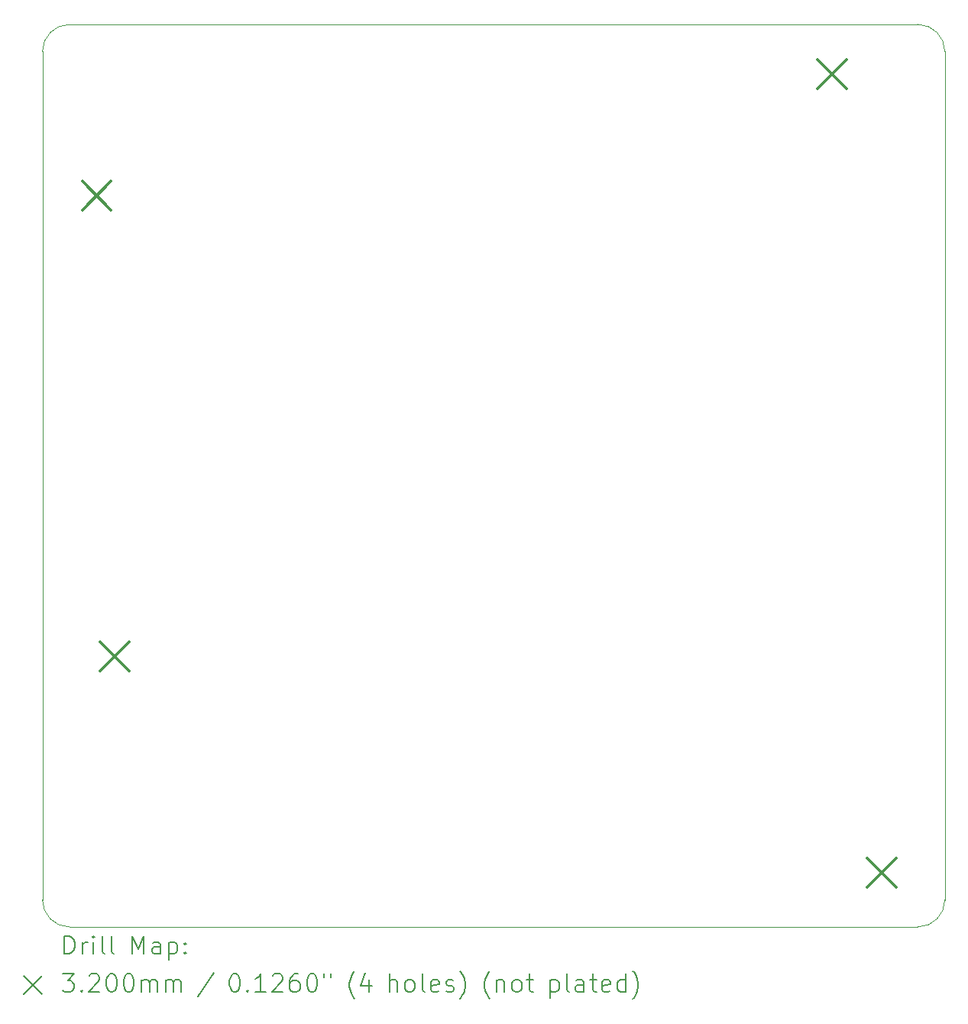
<source format=gbr>
%TF.GenerationSoftware,KiCad,Pcbnew,7.0.0-rc1-unknown-098b03e17a~164~ubuntu22.04.1*%
%TF.CreationDate,2023-01-20T19:20:07-03:00*%
%TF.ProjectId,Placa_base,506c6163-615f-4626-9173-652e6b696361,Rev. 2.0*%
%TF.SameCoordinates,PX6f94740PY8583b00*%
%TF.FileFunction,Drillmap*%
%TF.FilePolarity,Positive*%
%FSLAX45Y45*%
G04 Gerber Fmt 4.5, Leading zero omitted, Abs format (unit mm)*
G04 Created by KiCad (PCBNEW 7.0.0-rc1-unknown-098b03e17a~164~ubuntu22.04.1) date 2023-01-20 19:20:07*
%MOMM*%
%LPD*%
G01*
G04 APERTURE LIST*
%ADD10C,0.100000*%
%ADD11C,0.200000*%
%ADD12C,0.320000*%
G04 APERTURE END LIST*
D10*
X9700000Y0D02*
G75*
G03*
X10000000Y300000I0J300000D01*
G01*
X10000000Y9700000D02*
G75*
G03*
X9700000Y10000000I-300000J0D01*
G01*
X300000Y10000000D02*
G75*
G03*
X0Y9700000I0J-300000D01*
G01*
X0Y300000D02*
G75*
G03*
X300000Y0I300000J0D01*
G01*
X9700000Y0D02*
X300000Y0D01*
X10000000Y9700000D02*
X10000000Y300000D01*
X300000Y10000000D02*
X9700000Y10000000D01*
X0Y300000D02*
X0Y9700000D01*
D11*
D12*
X440000Y8260000D02*
X760000Y7940000D01*
X760000Y8260000D02*
X440000Y7940000D01*
X640000Y3160000D02*
X960000Y2840000D01*
X960000Y3160000D02*
X640000Y2840000D01*
X8590000Y9610000D02*
X8910000Y9290000D01*
X8910000Y9610000D02*
X8590000Y9290000D01*
X9140000Y760000D02*
X9460000Y440000D01*
X9460000Y760000D02*
X9140000Y440000D01*
D11*
X242619Y-298476D02*
X242619Y-98476D01*
X242619Y-98476D02*
X290238Y-98476D01*
X290238Y-98476D02*
X318810Y-108000D01*
X318810Y-108000D02*
X337857Y-127048D01*
X337857Y-127048D02*
X347381Y-146095D01*
X347381Y-146095D02*
X356905Y-184190D01*
X356905Y-184190D02*
X356905Y-212762D01*
X356905Y-212762D02*
X347381Y-250857D01*
X347381Y-250857D02*
X337857Y-269905D01*
X337857Y-269905D02*
X318810Y-288952D01*
X318810Y-288952D02*
X290238Y-298476D01*
X290238Y-298476D02*
X242619Y-298476D01*
X442619Y-298476D02*
X442619Y-165143D01*
X442619Y-203238D02*
X452143Y-184190D01*
X452143Y-184190D02*
X461667Y-174667D01*
X461667Y-174667D02*
X480714Y-165143D01*
X480714Y-165143D02*
X499762Y-165143D01*
X566429Y-298476D02*
X566429Y-165143D01*
X566429Y-98476D02*
X556905Y-108000D01*
X556905Y-108000D02*
X566429Y-117524D01*
X566429Y-117524D02*
X575952Y-108000D01*
X575952Y-108000D02*
X566429Y-98476D01*
X566429Y-98476D02*
X566429Y-117524D01*
X690238Y-298476D02*
X671190Y-288952D01*
X671190Y-288952D02*
X661667Y-269905D01*
X661667Y-269905D02*
X661667Y-98476D01*
X795000Y-298476D02*
X775952Y-288952D01*
X775952Y-288952D02*
X766428Y-269905D01*
X766428Y-269905D02*
X766428Y-98476D01*
X991190Y-298476D02*
X991190Y-98476D01*
X991190Y-98476D02*
X1057857Y-241333D01*
X1057857Y-241333D02*
X1124524Y-98476D01*
X1124524Y-98476D02*
X1124524Y-298476D01*
X1305476Y-298476D02*
X1305476Y-193714D01*
X1305476Y-193714D02*
X1295952Y-174667D01*
X1295952Y-174667D02*
X1276905Y-165143D01*
X1276905Y-165143D02*
X1238809Y-165143D01*
X1238809Y-165143D02*
X1219762Y-174667D01*
X1305476Y-288952D02*
X1286429Y-298476D01*
X1286429Y-298476D02*
X1238809Y-298476D01*
X1238809Y-298476D02*
X1219762Y-288952D01*
X1219762Y-288952D02*
X1210238Y-269905D01*
X1210238Y-269905D02*
X1210238Y-250857D01*
X1210238Y-250857D02*
X1219762Y-231809D01*
X1219762Y-231809D02*
X1238809Y-222286D01*
X1238809Y-222286D02*
X1286429Y-222286D01*
X1286429Y-222286D02*
X1305476Y-212762D01*
X1400714Y-165143D02*
X1400714Y-365143D01*
X1400714Y-174667D02*
X1419762Y-165143D01*
X1419762Y-165143D02*
X1457857Y-165143D01*
X1457857Y-165143D02*
X1476905Y-174667D01*
X1476905Y-174667D02*
X1486428Y-184190D01*
X1486428Y-184190D02*
X1495952Y-203238D01*
X1495952Y-203238D02*
X1495952Y-260381D01*
X1495952Y-260381D02*
X1486428Y-279429D01*
X1486428Y-279429D02*
X1476905Y-288952D01*
X1476905Y-288952D02*
X1457857Y-298476D01*
X1457857Y-298476D02*
X1419762Y-298476D01*
X1419762Y-298476D02*
X1400714Y-288952D01*
X1581667Y-279429D02*
X1591190Y-288952D01*
X1591190Y-288952D02*
X1581667Y-298476D01*
X1581667Y-298476D02*
X1572143Y-288952D01*
X1572143Y-288952D02*
X1581667Y-279429D01*
X1581667Y-279429D02*
X1581667Y-298476D01*
X1581667Y-174667D02*
X1591190Y-184190D01*
X1591190Y-184190D02*
X1581667Y-193714D01*
X1581667Y-193714D02*
X1572143Y-184190D01*
X1572143Y-184190D02*
X1581667Y-174667D01*
X1581667Y-174667D02*
X1581667Y-193714D01*
X-205000Y-545000D02*
X-5000Y-745000D01*
X-5000Y-545000D02*
X-205000Y-745000D01*
X223571Y-518476D02*
X347381Y-518476D01*
X347381Y-518476D02*
X280714Y-594667D01*
X280714Y-594667D02*
X309286Y-594667D01*
X309286Y-594667D02*
X328333Y-604190D01*
X328333Y-604190D02*
X337857Y-613714D01*
X337857Y-613714D02*
X347381Y-632762D01*
X347381Y-632762D02*
X347381Y-680381D01*
X347381Y-680381D02*
X337857Y-699428D01*
X337857Y-699428D02*
X328333Y-708952D01*
X328333Y-708952D02*
X309286Y-718476D01*
X309286Y-718476D02*
X252143Y-718476D01*
X252143Y-718476D02*
X233095Y-708952D01*
X233095Y-708952D02*
X223571Y-699428D01*
X433095Y-699428D02*
X442619Y-708952D01*
X442619Y-708952D02*
X433095Y-718476D01*
X433095Y-718476D02*
X423571Y-708952D01*
X423571Y-708952D02*
X433095Y-699428D01*
X433095Y-699428D02*
X433095Y-718476D01*
X518809Y-537524D02*
X528333Y-528000D01*
X528333Y-528000D02*
X547381Y-518476D01*
X547381Y-518476D02*
X595000Y-518476D01*
X595000Y-518476D02*
X614048Y-528000D01*
X614048Y-528000D02*
X623571Y-537524D01*
X623571Y-537524D02*
X633095Y-556571D01*
X633095Y-556571D02*
X633095Y-575619D01*
X633095Y-575619D02*
X623571Y-604190D01*
X623571Y-604190D02*
X509286Y-718476D01*
X509286Y-718476D02*
X633095Y-718476D01*
X756905Y-518476D02*
X775952Y-518476D01*
X775952Y-518476D02*
X795000Y-528000D01*
X795000Y-528000D02*
X804524Y-537524D01*
X804524Y-537524D02*
X814048Y-556571D01*
X814048Y-556571D02*
X823571Y-594667D01*
X823571Y-594667D02*
X823571Y-642286D01*
X823571Y-642286D02*
X814048Y-680381D01*
X814048Y-680381D02*
X804524Y-699428D01*
X804524Y-699428D02*
X795000Y-708952D01*
X795000Y-708952D02*
X775952Y-718476D01*
X775952Y-718476D02*
X756905Y-718476D01*
X756905Y-718476D02*
X737857Y-708952D01*
X737857Y-708952D02*
X728333Y-699428D01*
X728333Y-699428D02*
X718809Y-680381D01*
X718809Y-680381D02*
X709286Y-642286D01*
X709286Y-642286D02*
X709286Y-594667D01*
X709286Y-594667D02*
X718809Y-556571D01*
X718809Y-556571D02*
X728333Y-537524D01*
X728333Y-537524D02*
X737857Y-528000D01*
X737857Y-528000D02*
X756905Y-518476D01*
X947381Y-518476D02*
X966429Y-518476D01*
X966429Y-518476D02*
X985476Y-528000D01*
X985476Y-528000D02*
X995000Y-537524D01*
X995000Y-537524D02*
X1004524Y-556571D01*
X1004524Y-556571D02*
X1014048Y-594667D01*
X1014048Y-594667D02*
X1014048Y-642286D01*
X1014048Y-642286D02*
X1004524Y-680381D01*
X1004524Y-680381D02*
X995000Y-699428D01*
X995000Y-699428D02*
X985476Y-708952D01*
X985476Y-708952D02*
X966429Y-718476D01*
X966429Y-718476D02*
X947381Y-718476D01*
X947381Y-718476D02*
X928333Y-708952D01*
X928333Y-708952D02*
X918809Y-699428D01*
X918809Y-699428D02*
X909286Y-680381D01*
X909286Y-680381D02*
X899762Y-642286D01*
X899762Y-642286D02*
X899762Y-594667D01*
X899762Y-594667D02*
X909286Y-556571D01*
X909286Y-556571D02*
X918809Y-537524D01*
X918809Y-537524D02*
X928333Y-528000D01*
X928333Y-528000D02*
X947381Y-518476D01*
X1099762Y-718476D02*
X1099762Y-585143D01*
X1099762Y-604190D02*
X1109286Y-594667D01*
X1109286Y-594667D02*
X1128333Y-585143D01*
X1128333Y-585143D02*
X1156905Y-585143D01*
X1156905Y-585143D02*
X1175952Y-594667D01*
X1175952Y-594667D02*
X1185476Y-613714D01*
X1185476Y-613714D02*
X1185476Y-718476D01*
X1185476Y-613714D02*
X1195000Y-594667D01*
X1195000Y-594667D02*
X1214048Y-585143D01*
X1214048Y-585143D02*
X1242619Y-585143D01*
X1242619Y-585143D02*
X1261667Y-594667D01*
X1261667Y-594667D02*
X1271191Y-613714D01*
X1271191Y-613714D02*
X1271191Y-718476D01*
X1366429Y-718476D02*
X1366429Y-585143D01*
X1366429Y-604190D02*
X1375952Y-594667D01*
X1375952Y-594667D02*
X1395000Y-585143D01*
X1395000Y-585143D02*
X1423571Y-585143D01*
X1423571Y-585143D02*
X1442619Y-594667D01*
X1442619Y-594667D02*
X1452143Y-613714D01*
X1452143Y-613714D02*
X1452143Y-718476D01*
X1452143Y-613714D02*
X1461667Y-594667D01*
X1461667Y-594667D02*
X1480714Y-585143D01*
X1480714Y-585143D02*
X1509286Y-585143D01*
X1509286Y-585143D02*
X1528333Y-594667D01*
X1528333Y-594667D02*
X1537857Y-613714D01*
X1537857Y-613714D02*
X1537857Y-718476D01*
X1895952Y-508952D02*
X1724524Y-766095D01*
X2120714Y-518476D02*
X2139762Y-518476D01*
X2139762Y-518476D02*
X2158810Y-528000D01*
X2158810Y-528000D02*
X2168333Y-537524D01*
X2168333Y-537524D02*
X2177857Y-556571D01*
X2177857Y-556571D02*
X2187381Y-594667D01*
X2187381Y-594667D02*
X2187381Y-642286D01*
X2187381Y-642286D02*
X2177857Y-680381D01*
X2177857Y-680381D02*
X2168333Y-699428D01*
X2168333Y-699428D02*
X2158810Y-708952D01*
X2158810Y-708952D02*
X2139762Y-718476D01*
X2139762Y-718476D02*
X2120714Y-718476D01*
X2120714Y-718476D02*
X2101667Y-708952D01*
X2101667Y-708952D02*
X2092143Y-699428D01*
X2092143Y-699428D02*
X2082619Y-680381D01*
X2082619Y-680381D02*
X2073095Y-642286D01*
X2073095Y-642286D02*
X2073095Y-594667D01*
X2073095Y-594667D02*
X2082619Y-556571D01*
X2082619Y-556571D02*
X2092143Y-537524D01*
X2092143Y-537524D02*
X2101667Y-528000D01*
X2101667Y-528000D02*
X2120714Y-518476D01*
X2273095Y-699428D02*
X2282619Y-708952D01*
X2282619Y-708952D02*
X2273095Y-718476D01*
X2273095Y-718476D02*
X2263572Y-708952D01*
X2263572Y-708952D02*
X2273095Y-699428D01*
X2273095Y-699428D02*
X2273095Y-718476D01*
X2473095Y-718476D02*
X2358810Y-718476D01*
X2415952Y-718476D02*
X2415952Y-518476D01*
X2415952Y-518476D02*
X2396905Y-547048D01*
X2396905Y-547048D02*
X2377857Y-566095D01*
X2377857Y-566095D02*
X2358810Y-575619D01*
X2549286Y-537524D02*
X2558810Y-528000D01*
X2558810Y-528000D02*
X2577857Y-518476D01*
X2577857Y-518476D02*
X2625476Y-518476D01*
X2625476Y-518476D02*
X2644524Y-528000D01*
X2644524Y-528000D02*
X2654048Y-537524D01*
X2654048Y-537524D02*
X2663572Y-556571D01*
X2663572Y-556571D02*
X2663572Y-575619D01*
X2663572Y-575619D02*
X2654048Y-604190D01*
X2654048Y-604190D02*
X2539762Y-718476D01*
X2539762Y-718476D02*
X2663572Y-718476D01*
X2835000Y-518476D02*
X2796905Y-518476D01*
X2796905Y-518476D02*
X2777857Y-528000D01*
X2777857Y-528000D02*
X2768333Y-537524D01*
X2768333Y-537524D02*
X2749286Y-566095D01*
X2749286Y-566095D02*
X2739762Y-604190D01*
X2739762Y-604190D02*
X2739762Y-680381D01*
X2739762Y-680381D02*
X2749286Y-699428D01*
X2749286Y-699428D02*
X2758810Y-708952D01*
X2758810Y-708952D02*
X2777857Y-718476D01*
X2777857Y-718476D02*
X2815952Y-718476D01*
X2815952Y-718476D02*
X2835000Y-708952D01*
X2835000Y-708952D02*
X2844524Y-699428D01*
X2844524Y-699428D02*
X2854048Y-680381D01*
X2854048Y-680381D02*
X2854048Y-632762D01*
X2854048Y-632762D02*
X2844524Y-613714D01*
X2844524Y-613714D02*
X2835000Y-604190D01*
X2835000Y-604190D02*
X2815952Y-594667D01*
X2815952Y-594667D02*
X2777857Y-594667D01*
X2777857Y-594667D02*
X2758810Y-604190D01*
X2758810Y-604190D02*
X2749286Y-613714D01*
X2749286Y-613714D02*
X2739762Y-632762D01*
X2977857Y-518476D02*
X2996905Y-518476D01*
X2996905Y-518476D02*
X3015952Y-528000D01*
X3015952Y-528000D02*
X3025476Y-537524D01*
X3025476Y-537524D02*
X3035000Y-556571D01*
X3035000Y-556571D02*
X3044524Y-594667D01*
X3044524Y-594667D02*
X3044524Y-642286D01*
X3044524Y-642286D02*
X3035000Y-680381D01*
X3035000Y-680381D02*
X3025476Y-699428D01*
X3025476Y-699428D02*
X3015952Y-708952D01*
X3015952Y-708952D02*
X2996905Y-718476D01*
X2996905Y-718476D02*
X2977857Y-718476D01*
X2977857Y-718476D02*
X2958810Y-708952D01*
X2958810Y-708952D02*
X2949286Y-699428D01*
X2949286Y-699428D02*
X2939762Y-680381D01*
X2939762Y-680381D02*
X2930238Y-642286D01*
X2930238Y-642286D02*
X2930238Y-594667D01*
X2930238Y-594667D02*
X2939762Y-556571D01*
X2939762Y-556571D02*
X2949286Y-537524D01*
X2949286Y-537524D02*
X2958810Y-528000D01*
X2958810Y-528000D02*
X2977857Y-518476D01*
X3120714Y-518476D02*
X3120714Y-556571D01*
X3196905Y-518476D02*
X3196905Y-556571D01*
X3459762Y-794667D02*
X3450238Y-785143D01*
X3450238Y-785143D02*
X3431191Y-756571D01*
X3431191Y-756571D02*
X3421667Y-737524D01*
X3421667Y-737524D02*
X3412143Y-708952D01*
X3412143Y-708952D02*
X3402619Y-661333D01*
X3402619Y-661333D02*
X3402619Y-623238D01*
X3402619Y-623238D02*
X3412143Y-575619D01*
X3412143Y-575619D02*
X3421667Y-547048D01*
X3421667Y-547048D02*
X3431191Y-528000D01*
X3431191Y-528000D02*
X3450238Y-499428D01*
X3450238Y-499428D02*
X3459762Y-489905D01*
X3621667Y-585143D02*
X3621667Y-718476D01*
X3574048Y-508952D02*
X3526429Y-651810D01*
X3526429Y-651810D02*
X3650238Y-651810D01*
X3846429Y-718476D02*
X3846429Y-518476D01*
X3932143Y-718476D02*
X3932143Y-613714D01*
X3932143Y-613714D02*
X3922619Y-594667D01*
X3922619Y-594667D02*
X3903572Y-585143D01*
X3903572Y-585143D02*
X3875000Y-585143D01*
X3875000Y-585143D02*
X3855952Y-594667D01*
X3855952Y-594667D02*
X3846429Y-604190D01*
X4055952Y-718476D02*
X4036905Y-708952D01*
X4036905Y-708952D02*
X4027381Y-699428D01*
X4027381Y-699428D02*
X4017857Y-680381D01*
X4017857Y-680381D02*
X4017857Y-623238D01*
X4017857Y-623238D02*
X4027381Y-604190D01*
X4027381Y-604190D02*
X4036905Y-594667D01*
X4036905Y-594667D02*
X4055952Y-585143D01*
X4055952Y-585143D02*
X4084524Y-585143D01*
X4084524Y-585143D02*
X4103572Y-594667D01*
X4103572Y-594667D02*
X4113095Y-604190D01*
X4113095Y-604190D02*
X4122619Y-623238D01*
X4122619Y-623238D02*
X4122619Y-680381D01*
X4122619Y-680381D02*
X4113095Y-699428D01*
X4113095Y-699428D02*
X4103572Y-708952D01*
X4103572Y-708952D02*
X4084524Y-718476D01*
X4084524Y-718476D02*
X4055952Y-718476D01*
X4236905Y-718476D02*
X4217857Y-708952D01*
X4217857Y-708952D02*
X4208334Y-689905D01*
X4208334Y-689905D02*
X4208334Y-518476D01*
X4389286Y-708952D02*
X4370238Y-718476D01*
X4370238Y-718476D02*
X4332143Y-718476D01*
X4332143Y-718476D02*
X4313095Y-708952D01*
X4313095Y-708952D02*
X4303572Y-689905D01*
X4303572Y-689905D02*
X4303572Y-613714D01*
X4303572Y-613714D02*
X4313095Y-594667D01*
X4313095Y-594667D02*
X4332143Y-585143D01*
X4332143Y-585143D02*
X4370238Y-585143D01*
X4370238Y-585143D02*
X4389286Y-594667D01*
X4389286Y-594667D02*
X4398810Y-613714D01*
X4398810Y-613714D02*
X4398810Y-632762D01*
X4398810Y-632762D02*
X4303572Y-651810D01*
X4475000Y-708952D02*
X4494048Y-718476D01*
X4494048Y-718476D02*
X4532143Y-718476D01*
X4532143Y-718476D02*
X4551191Y-708952D01*
X4551191Y-708952D02*
X4560715Y-689905D01*
X4560715Y-689905D02*
X4560715Y-680381D01*
X4560715Y-680381D02*
X4551191Y-661333D01*
X4551191Y-661333D02*
X4532143Y-651810D01*
X4532143Y-651810D02*
X4503572Y-651810D01*
X4503572Y-651810D02*
X4484524Y-642286D01*
X4484524Y-642286D02*
X4475000Y-623238D01*
X4475000Y-623238D02*
X4475000Y-613714D01*
X4475000Y-613714D02*
X4484524Y-594667D01*
X4484524Y-594667D02*
X4503572Y-585143D01*
X4503572Y-585143D02*
X4532143Y-585143D01*
X4532143Y-585143D02*
X4551191Y-594667D01*
X4627381Y-794667D02*
X4636905Y-785143D01*
X4636905Y-785143D02*
X4655953Y-756571D01*
X4655953Y-756571D02*
X4665476Y-737524D01*
X4665476Y-737524D02*
X4675000Y-708952D01*
X4675000Y-708952D02*
X4684524Y-661333D01*
X4684524Y-661333D02*
X4684524Y-623238D01*
X4684524Y-623238D02*
X4675000Y-575619D01*
X4675000Y-575619D02*
X4665476Y-547048D01*
X4665476Y-547048D02*
X4655953Y-528000D01*
X4655953Y-528000D02*
X4636905Y-499428D01*
X4636905Y-499428D02*
X4627381Y-489905D01*
X4956905Y-794667D02*
X4947381Y-785143D01*
X4947381Y-785143D02*
X4928334Y-756571D01*
X4928334Y-756571D02*
X4918810Y-737524D01*
X4918810Y-737524D02*
X4909286Y-708952D01*
X4909286Y-708952D02*
X4899762Y-661333D01*
X4899762Y-661333D02*
X4899762Y-623238D01*
X4899762Y-623238D02*
X4909286Y-575619D01*
X4909286Y-575619D02*
X4918810Y-547048D01*
X4918810Y-547048D02*
X4928334Y-528000D01*
X4928334Y-528000D02*
X4947381Y-499428D01*
X4947381Y-499428D02*
X4956905Y-489905D01*
X5033095Y-585143D02*
X5033095Y-718476D01*
X5033095Y-604190D02*
X5042619Y-594667D01*
X5042619Y-594667D02*
X5061667Y-585143D01*
X5061667Y-585143D02*
X5090238Y-585143D01*
X5090238Y-585143D02*
X5109286Y-594667D01*
X5109286Y-594667D02*
X5118810Y-613714D01*
X5118810Y-613714D02*
X5118810Y-718476D01*
X5242619Y-718476D02*
X5223572Y-708952D01*
X5223572Y-708952D02*
X5214048Y-699428D01*
X5214048Y-699428D02*
X5204524Y-680381D01*
X5204524Y-680381D02*
X5204524Y-623238D01*
X5204524Y-623238D02*
X5214048Y-604190D01*
X5214048Y-604190D02*
X5223572Y-594667D01*
X5223572Y-594667D02*
X5242619Y-585143D01*
X5242619Y-585143D02*
X5271191Y-585143D01*
X5271191Y-585143D02*
X5290238Y-594667D01*
X5290238Y-594667D02*
X5299762Y-604190D01*
X5299762Y-604190D02*
X5309286Y-623238D01*
X5309286Y-623238D02*
X5309286Y-680381D01*
X5309286Y-680381D02*
X5299762Y-699428D01*
X5299762Y-699428D02*
X5290238Y-708952D01*
X5290238Y-708952D02*
X5271191Y-718476D01*
X5271191Y-718476D02*
X5242619Y-718476D01*
X5366429Y-585143D02*
X5442619Y-585143D01*
X5395000Y-518476D02*
X5395000Y-689905D01*
X5395000Y-689905D02*
X5404524Y-708952D01*
X5404524Y-708952D02*
X5423572Y-718476D01*
X5423572Y-718476D02*
X5442619Y-718476D01*
X5629286Y-585143D02*
X5629286Y-785143D01*
X5629286Y-594667D02*
X5648333Y-585143D01*
X5648333Y-585143D02*
X5686429Y-585143D01*
X5686429Y-585143D02*
X5705476Y-594667D01*
X5705476Y-594667D02*
X5715000Y-604190D01*
X5715000Y-604190D02*
X5724524Y-623238D01*
X5724524Y-623238D02*
X5724524Y-680381D01*
X5724524Y-680381D02*
X5715000Y-699428D01*
X5715000Y-699428D02*
X5705476Y-708952D01*
X5705476Y-708952D02*
X5686429Y-718476D01*
X5686429Y-718476D02*
X5648333Y-718476D01*
X5648333Y-718476D02*
X5629286Y-708952D01*
X5838810Y-718476D02*
X5819762Y-708952D01*
X5819762Y-708952D02*
X5810238Y-689905D01*
X5810238Y-689905D02*
X5810238Y-518476D01*
X6000714Y-718476D02*
X6000714Y-613714D01*
X6000714Y-613714D02*
X5991191Y-594667D01*
X5991191Y-594667D02*
X5972143Y-585143D01*
X5972143Y-585143D02*
X5934048Y-585143D01*
X5934048Y-585143D02*
X5915000Y-594667D01*
X6000714Y-708952D02*
X5981667Y-718476D01*
X5981667Y-718476D02*
X5934048Y-718476D01*
X5934048Y-718476D02*
X5915000Y-708952D01*
X5915000Y-708952D02*
X5905476Y-689905D01*
X5905476Y-689905D02*
X5905476Y-670857D01*
X5905476Y-670857D02*
X5915000Y-651810D01*
X5915000Y-651810D02*
X5934048Y-642286D01*
X5934048Y-642286D02*
X5981667Y-642286D01*
X5981667Y-642286D02*
X6000714Y-632762D01*
X6067381Y-585143D02*
X6143572Y-585143D01*
X6095953Y-518476D02*
X6095953Y-689905D01*
X6095953Y-689905D02*
X6105476Y-708952D01*
X6105476Y-708952D02*
X6124524Y-718476D01*
X6124524Y-718476D02*
X6143572Y-718476D01*
X6286429Y-708952D02*
X6267381Y-718476D01*
X6267381Y-718476D02*
X6229286Y-718476D01*
X6229286Y-718476D02*
X6210238Y-708952D01*
X6210238Y-708952D02*
X6200714Y-689905D01*
X6200714Y-689905D02*
X6200714Y-613714D01*
X6200714Y-613714D02*
X6210238Y-594667D01*
X6210238Y-594667D02*
X6229286Y-585143D01*
X6229286Y-585143D02*
X6267381Y-585143D01*
X6267381Y-585143D02*
X6286429Y-594667D01*
X6286429Y-594667D02*
X6295953Y-613714D01*
X6295953Y-613714D02*
X6295953Y-632762D01*
X6295953Y-632762D02*
X6200714Y-651810D01*
X6467381Y-718476D02*
X6467381Y-518476D01*
X6467381Y-708952D02*
X6448334Y-718476D01*
X6448334Y-718476D02*
X6410238Y-718476D01*
X6410238Y-718476D02*
X6391191Y-708952D01*
X6391191Y-708952D02*
X6381667Y-699428D01*
X6381667Y-699428D02*
X6372143Y-680381D01*
X6372143Y-680381D02*
X6372143Y-623238D01*
X6372143Y-623238D02*
X6381667Y-604190D01*
X6381667Y-604190D02*
X6391191Y-594667D01*
X6391191Y-594667D02*
X6410238Y-585143D01*
X6410238Y-585143D02*
X6448334Y-585143D01*
X6448334Y-585143D02*
X6467381Y-594667D01*
X6543572Y-794667D02*
X6553095Y-785143D01*
X6553095Y-785143D02*
X6572143Y-756571D01*
X6572143Y-756571D02*
X6581667Y-737524D01*
X6581667Y-737524D02*
X6591191Y-708952D01*
X6591191Y-708952D02*
X6600714Y-661333D01*
X6600714Y-661333D02*
X6600714Y-623238D01*
X6600714Y-623238D02*
X6591191Y-575619D01*
X6591191Y-575619D02*
X6581667Y-547048D01*
X6581667Y-547048D02*
X6572143Y-528000D01*
X6572143Y-528000D02*
X6553095Y-499428D01*
X6553095Y-499428D02*
X6543572Y-489905D01*
M02*

</source>
